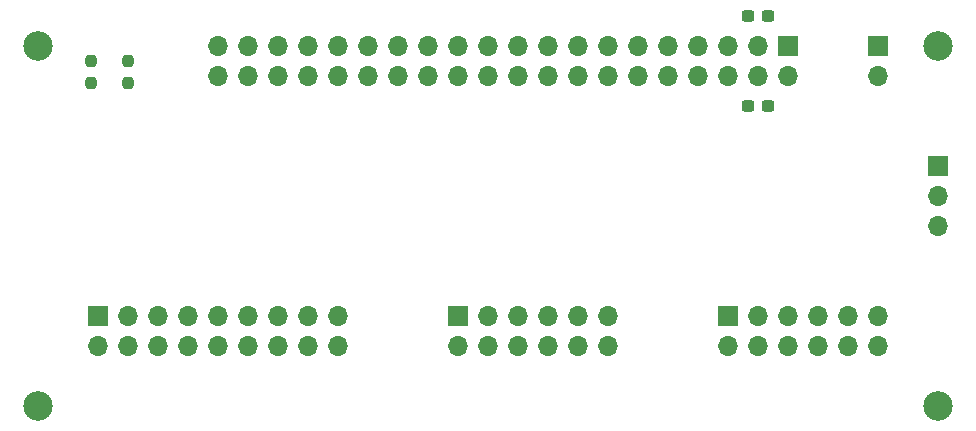
<source format=gbs>
G04 #@! TF.GenerationSoftware,KiCad,Pcbnew,6.0.9-8da3e8f707~116~ubuntu20.04.1*
G04 #@! TF.CreationDate,2023-03-05T21:16:07+01:00*
G04 #@! TF.ProjectId,pi4_pmod,7069345f-706d-46f6-942e-6b696361645f,rev?*
G04 #@! TF.SameCoordinates,Original*
G04 #@! TF.FileFunction,Soldermask,Bot*
G04 #@! TF.FilePolarity,Negative*
%FSLAX46Y46*%
G04 Gerber Fmt 4.6, Leading zero omitted, Abs format (unit mm)*
G04 Created by KiCad (PCBNEW 6.0.9-8da3e8f707~116~ubuntu20.04.1) date 2023-03-05 21:16:07*
%MOMM*%
%LPD*%
G01*
G04 APERTURE LIST*
G04 Aperture macros list*
%AMRoundRect*
0 Rectangle with rounded corners*
0 $1 Rounding radius*
0 $2 $3 $4 $5 $6 $7 $8 $9 X,Y pos of 4 corners*
0 Add a 4 corners polygon primitive as box body*
4,1,4,$2,$3,$4,$5,$6,$7,$8,$9,$2,$3,0*
0 Add four circle primitives for the rounded corners*
1,1,$1+$1,$2,$3*
1,1,$1+$1,$4,$5*
1,1,$1+$1,$6,$7*
1,1,$1+$1,$8,$9*
0 Add four rect primitives between the rounded corners*
20,1,$1+$1,$2,$3,$4,$5,0*
20,1,$1+$1,$4,$5,$6,$7,0*
20,1,$1+$1,$6,$7,$8,$9,0*
20,1,$1+$1,$8,$9,$2,$3,0*%
G04 Aperture macros list end*
%ADD10R,1.700000X1.700000*%
%ADD11O,1.700000X1.700000*%
%ADD12C,2.500000*%
%ADD13RoundRect,0.237500X0.237500X-0.250000X0.237500X0.250000X-0.237500X0.250000X-0.237500X-0.250000X0*%
%ADD14RoundRect,0.237500X0.300000X0.237500X-0.300000X0.237500X-0.300000X-0.237500X0.300000X-0.237500X0*%
G04 APERTURE END LIST*
D10*
X137160000Y-68580000D03*
D11*
X137160000Y-71120000D03*
X139700000Y-68580000D03*
X139700000Y-71120000D03*
X142240000Y-68580000D03*
X142240000Y-71120000D03*
X144780000Y-68580000D03*
X144780000Y-71120000D03*
X147320000Y-68580000D03*
X147320000Y-71120000D03*
X149860000Y-68580000D03*
X149860000Y-71120000D03*
D10*
X160020000Y-68580000D03*
D11*
X160020000Y-71120000D03*
X162560000Y-68580000D03*
X162560000Y-71120000D03*
X165100000Y-68580000D03*
X165100000Y-71120000D03*
X167640000Y-68580000D03*
X167640000Y-71120000D03*
X170180000Y-68580000D03*
X170180000Y-71120000D03*
X172720000Y-68580000D03*
X172720000Y-71120000D03*
D10*
X165100000Y-45720000D03*
D11*
X165100000Y-48260000D03*
X162560000Y-45720000D03*
X162560000Y-48260000D03*
X160020000Y-45720000D03*
X160020000Y-48260000D03*
X157480000Y-45720000D03*
X157480000Y-48260000D03*
X154940000Y-45720000D03*
X154940000Y-48260000D03*
X152400000Y-45720000D03*
X152400000Y-48260000D03*
X149860000Y-45720000D03*
X149860000Y-48260000D03*
X147320000Y-45720000D03*
X147320000Y-48260000D03*
X144780000Y-45720000D03*
X144780000Y-48260000D03*
X142240000Y-45720000D03*
X142240000Y-48260000D03*
X139700000Y-45720000D03*
X139700000Y-48260000D03*
X137160000Y-45720000D03*
X137160000Y-48260000D03*
X134620000Y-45720000D03*
X134620000Y-48260000D03*
X132080000Y-45720000D03*
X132080000Y-48260000D03*
X129540000Y-45720000D03*
X129540000Y-48260000D03*
X127000000Y-45720000D03*
X127000000Y-48260000D03*
X124460000Y-45720000D03*
X124460000Y-48260000D03*
X121920000Y-45720000D03*
X121920000Y-48260000D03*
X119380000Y-45720000D03*
X119380000Y-48260000D03*
X116840000Y-45720000D03*
X116840000Y-48260000D03*
D10*
X106680000Y-68580000D03*
D11*
X106680000Y-71120000D03*
X109220000Y-68580000D03*
X109220000Y-71120000D03*
X111760000Y-68580000D03*
X111760000Y-71120000D03*
X114300000Y-68580000D03*
X114300000Y-71120000D03*
X116840000Y-68580000D03*
X116840000Y-71120000D03*
X119380000Y-68580000D03*
X119380000Y-71120000D03*
X121920000Y-68580000D03*
X121920000Y-71120000D03*
X124460000Y-68580000D03*
X124460000Y-71120000D03*
X127000000Y-68580000D03*
X127000000Y-71120000D03*
D10*
X172720000Y-45720000D03*
D11*
X172720000Y-48260000D03*
D12*
X101600000Y-45720000D03*
X177800000Y-45720000D03*
X177800000Y-76200000D03*
X101600000Y-76200000D03*
D10*
X177800000Y-55880000D03*
D11*
X177800000Y-58420000D03*
X177800000Y-60960000D03*
D13*
X106045000Y-48815000D03*
X106045000Y-46990000D03*
D14*
X163422500Y-50800000D03*
X161697500Y-50800000D03*
X163422500Y-43180000D03*
X161697500Y-43180000D03*
D13*
X109220000Y-48815000D03*
X109220000Y-46990000D03*
M02*

</source>
